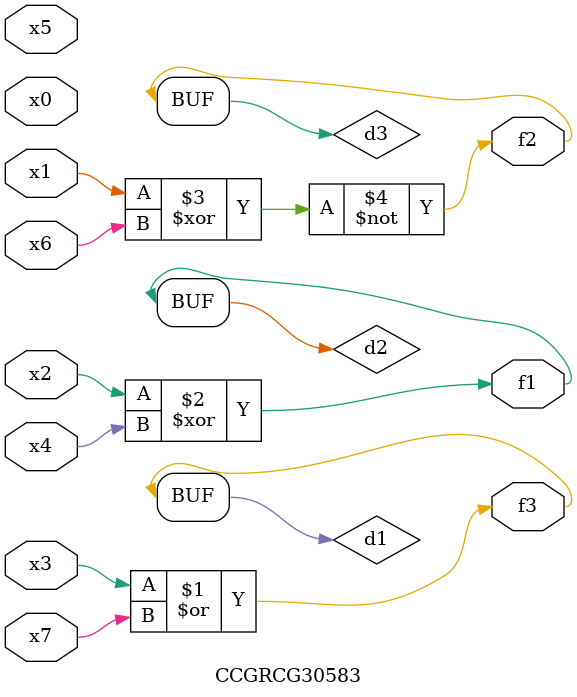
<source format=v>
module CCGRCG30583(
	input x0, x1, x2, x3, x4, x5, x6, x7,
	output f1, f2, f3
);

	wire d1, d2, d3;

	or (d1, x3, x7);
	xor (d2, x2, x4);
	xnor (d3, x1, x6);
	assign f1 = d2;
	assign f2 = d3;
	assign f3 = d1;
endmodule

</source>
